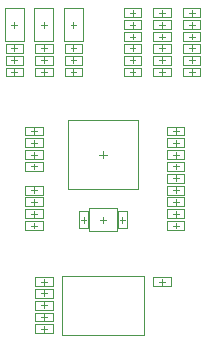
<source format=gbr>
%TF.GenerationSoftware,Altium Limited,Altium Designer,22.1.2 (22)*%
G04 Layer_Color=16711935*
%FSLAX26Y26*%
%MOIN*%
%TF.SameCoordinates,654C00B4-3322-4B45-B6E3-0FD47356756A*%
%TF.FilePolarity,Positive*%
%TF.FileFunction,Other,Bottom_Courtyard*%
%TF.Part,Single*%
G01*
G75*
%TA.AperFunction,NonConductor*%
%ADD30C,0.001968*%
%ADD49C,0.000394*%
%ADD50C,0.000787*%
D30*
X0Y982284D02*
Y1005905D01*
X-11811Y994095D02*
X11811D01*
X-116000Y1110094D02*
X116000D01*
Y878095D02*
Y1110094D01*
X-116000Y878095D02*
X116000D01*
X-116000D02*
Y1110094D01*
D49*
X-137795Y393701D02*
X137795D01*
Y590551D01*
X-137795Y393701D02*
Y590551D01*
X137795D01*
X-129921Y1372047D02*
X-66929D01*
X-129921Y1482284D02*
X-66929D01*
X-129921Y1372047D02*
Y1482284D01*
X-66929Y1372047D02*
Y1482284D01*
X-98425Y1417323D02*
Y1437008D01*
X-108268Y1427165D02*
X-88583D01*
X-295276Y1259843D02*
Y1279528D01*
X-305118Y1269685D02*
X-285433D01*
X-324803Y1254921D02*
X-265748D01*
X-324803Y1284449D02*
X-265748D01*
Y1254921D02*
Y1284449D01*
X-324803Y1254921D02*
Y1284449D01*
X-9842Y777559D02*
X9843D01*
X0Y767716D02*
Y787402D01*
X-47244Y738189D02*
X47244D01*
X-47244Y816929D02*
X47244D01*
Y738189D02*
Y816929D01*
X-47244Y738189D02*
Y816929D01*
X98425Y1417323D02*
Y1437008D01*
X88583Y1427165D02*
X108268D01*
X68898Y1441929D02*
X127953D01*
X68898Y1412401D02*
X127953D01*
X68898D02*
Y1441929D01*
X127953Y1412401D02*
Y1441929D01*
X98425Y1338583D02*
Y1358268D01*
X88583Y1348425D02*
X108268D01*
X68898Y1363189D02*
X127953D01*
X68898Y1333661D02*
X127953D01*
X68898D02*
Y1363189D01*
X127953Y1333661D02*
Y1363189D01*
X-326772Y1372047D02*
X-263780D01*
X-326772Y1482284D02*
X-263780D01*
X-326772Y1372047D02*
Y1482284D01*
X-263780Y1372047D02*
Y1482284D01*
X-295276Y1417323D02*
Y1437008D01*
X-305118Y1427165D02*
X-285433D01*
X196850Y1338583D02*
Y1358268D01*
X187008Y1348425D02*
X206693D01*
X167323Y1363189D02*
X226378D01*
X167323Y1333661D02*
X226378D01*
X167323D02*
Y1363189D01*
X226378Y1333661D02*
Y1363189D01*
X-228347Y1372047D02*
X-165354D01*
X-228347Y1482284D02*
X-165354D01*
X-228347Y1372047D02*
Y1482284D01*
X-165354Y1372047D02*
Y1482284D01*
X-196851Y1417323D02*
Y1437008D01*
X-206693Y1427165D02*
X-187008D01*
X295276Y1338583D02*
Y1358268D01*
X285433Y1348425D02*
X305118D01*
X265748Y1363189D02*
X324803D01*
X265748Y1333661D02*
X324803D01*
X265748D02*
Y1363189D01*
X324803Y1333661D02*
Y1363189D01*
X271654Y821850D02*
Y851378D01*
X212598Y821850D02*
Y851378D01*
Y821850D02*
X271654D01*
X212598Y851378D02*
X271654D01*
X232284Y836614D02*
X251969D01*
X242126Y826772D02*
Y846457D01*
X271654Y900591D02*
Y930118D01*
X212598Y900591D02*
Y930118D01*
Y900591D02*
X271654D01*
X212598Y930118D02*
X271654D01*
X232284Y915354D02*
X251969D01*
X242126Y905512D02*
Y925197D01*
X212598Y861220D02*
Y890748D01*
X271654Y861220D02*
Y890748D01*
X212598D02*
X271654D01*
X212598Y861220D02*
X271654D01*
X232284Y875984D02*
X251969D01*
X242126Y866142D02*
Y885827D01*
X-259843Y979331D02*
Y1008858D01*
X-200787Y979331D02*
Y1008858D01*
X-259843D02*
X-200787D01*
X-259843Y979331D02*
X-200787D01*
X-240157Y994094D02*
X-220472D01*
X-230315Y984252D02*
Y1003937D01*
X271654Y743110D02*
Y772638D01*
X212598Y743110D02*
Y772638D01*
Y743110D02*
X271654D01*
X212598Y772638D02*
X271654D01*
X232284Y757874D02*
X251969D01*
X242126Y748032D02*
Y767716D01*
X-200787Y821850D02*
Y851378D01*
X-259843Y821850D02*
Y851378D01*
Y821850D02*
X-200787D01*
X-259843Y851378D02*
X-200787D01*
X-240157Y836614D02*
X-220472D01*
X-230315Y826772D02*
Y846457D01*
X212598Y979331D02*
Y1008858D01*
X271654Y979331D02*
Y1008858D01*
X212598D02*
X271654D01*
X212598Y979331D02*
X271654D01*
X232284Y994094D02*
X251969D01*
X242126Y984252D02*
Y1003937D01*
X-196850Y521654D02*
Y541339D01*
X-206693Y531496D02*
X-187008D01*
X-226378Y516732D02*
X-167323D01*
X-226378Y546260D02*
X-167323D01*
Y516732D02*
Y546260D01*
X-226378Y516732D02*
Y546260D01*
X212598Y1058071D02*
Y1087598D01*
X271654Y1058071D02*
Y1087598D01*
X212598D02*
X271654D01*
X212598Y1058071D02*
X271654D01*
X232283Y1072835D02*
X251968D01*
X242126Y1062992D02*
Y1082677D01*
X-259843Y939961D02*
Y969488D01*
X-200787Y939961D02*
Y969488D01*
X-259843D02*
X-200787D01*
X-259843Y939961D02*
X-200787D01*
X-240157Y954724D02*
X-220472D01*
X-230315Y944882D02*
Y964567D01*
X271654Y782480D02*
Y812008D01*
X212598Y782480D02*
Y812008D01*
Y782480D02*
X271654D01*
X212598Y812008D02*
X271654D01*
X232284Y797244D02*
X251969D01*
X242126Y787402D02*
Y807087D01*
X271654Y1018701D02*
Y1048228D01*
X212598Y1018701D02*
Y1048228D01*
Y1018701D02*
X271654D01*
X212598Y1048228D02*
X271654D01*
X232284Y1033465D02*
X251969D01*
X242126Y1023622D02*
Y1043307D01*
X271654Y939961D02*
Y969488D01*
X212598Y939961D02*
Y969488D01*
Y939961D02*
X271654D01*
X212598Y969488D02*
X271654D01*
X232284Y954724D02*
X251969D01*
X242126Y944882D02*
Y964567D01*
X-259843Y861220D02*
Y890748D01*
X-200787Y861220D02*
Y890748D01*
X-259843D02*
X-200787D01*
X-259843Y861220D02*
X-200787D01*
X-240157Y875984D02*
X-220472D01*
X-230315Y866142D02*
Y885827D01*
X-98425Y1259843D02*
Y1279528D01*
X-108268Y1269685D02*
X-88583D01*
X-127953Y1254921D02*
X-68898D01*
X-127953Y1284449D02*
X-68898D01*
Y1254921D02*
Y1284449D01*
X-127953Y1254921D02*
Y1284449D01*
X-226378Y1254921D02*
Y1284449D01*
X-167323Y1254921D02*
Y1284449D01*
X-226378D02*
X-167323D01*
X-226378Y1254921D02*
X-167323D01*
X-206693Y1269685D02*
X-187008D01*
X-196850Y1259843D02*
Y1279528D01*
X-226378Y437992D02*
Y467520D01*
X-167323Y437992D02*
Y467520D01*
X-226378D02*
X-167323D01*
X-226378Y437992D02*
X-167323D01*
X-206693Y452756D02*
X-187008D01*
X-196850Y442913D02*
Y462598D01*
X-230315Y1062992D02*
Y1082677D01*
X-240157Y1072835D02*
X-220472D01*
X-259843Y1058071D02*
X-200787D01*
X-259843Y1087598D02*
X-200787D01*
Y1058071D02*
Y1087598D01*
X-259843Y1058071D02*
Y1087598D01*
X98425Y1456693D02*
Y1476378D01*
X88583Y1466535D02*
X108268D01*
X68898Y1451772D02*
X127953D01*
X68898Y1481299D02*
X127953D01*
Y1451772D02*
Y1481299D01*
X68898Y1451772D02*
Y1481299D01*
X196850Y1456693D02*
Y1476378D01*
X187008Y1466535D02*
X206693D01*
X167323Y1451772D02*
X226378D01*
X167323Y1481299D02*
X226378D01*
Y1451772D02*
Y1481299D01*
X167323Y1451772D02*
Y1481299D01*
X295276Y1456693D02*
Y1476378D01*
X285433Y1466535D02*
X305118D01*
X265748Y1451772D02*
X324803D01*
X265748Y1481299D02*
X324803D01*
Y1451772D02*
Y1481299D01*
X265748Y1451772D02*
Y1481299D01*
X295276Y1417323D02*
Y1437008D01*
X285433Y1427165D02*
X305118D01*
X265748Y1441929D02*
X324803D01*
X265748Y1412402D02*
X324803D01*
X265748D02*
Y1441929D01*
X324803Y1412402D02*
Y1441929D01*
X196851Y1417323D02*
Y1437008D01*
X187008Y1427165D02*
X206693D01*
X167323Y1441929D02*
X226378D01*
X167323Y1412402D02*
X226378D01*
X167323D02*
Y1441929D01*
X226378Y1412402D02*
Y1441929D01*
D50*
X50197Y807087D02*
X79724D01*
X50197Y748031D02*
Y807087D01*
X79724Y748031D02*
Y807087D01*
X64961Y767716D02*
Y787402D01*
X55118Y777559D02*
X74803D01*
X50197Y748031D02*
X79724D01*
X-324803Y1294291D02*
Y1323819D01*
Y1294291D02*
X-265748D01*
X-324803Y1323819D02*
X-265748D01*
X-305118Y1309055D02*
X-285433D01*
X-295276Y1299213D02*
Y1318898D01*
X-265748Y1294291D02*
Y1323819D01*
X-226378Y1294291D02*
Y1323819D01*
Y1294291D02*
X-167323D01*
X-226378Y1323819D02*
X-167323D01*
X-206693Y1309055D02*
X-187008D01*
X-196850Y1299213D02*
Y1318898D01*
X-167323Y1294291D02*
Y1323819D01*
X-127953Y1333661D02*
Y1363189D01*
Y1333661D02*
X-68898D01*
X-127953Y1363189D02*
X-68898D01*
X-108268Y1348425D02*
X-88583D01*
X-98425Y1338583D02*
Y1358268D01*
X-68898Y1333661D02*
Y1363189D01*
X-226378Y1333661D02*
Y1363189D01*
Y1333661D02*
X-167323D01*
X-226378Y1363189D02*
X-167323D01*
X-206693Y1348425D02*
X-187008D01*
X-196851Y1338583D02*
Y1358268D01*
X-167323Y1333661D02*
Y1363189D01*
X-127953Y1294291D02*
Y1323819D01*
Y1294291D02*
X-68898D01*
X-127953Y1323819D02*
X-68898D01*
X-108268Y1309055D02*
X-88583D01*
X-98425Y1299213D02*
Y1318898D01*
X-68898Y1294291D02*
Y1323819D01*
X167323Y556102D02*
Y585630D01*
X196850Y561024D02*
Y580709D01*
X187008Y570866D02*
X206693D01*
X167323Y556102D02*
X226378D01*
X167323Y585630D02*
X226378D01*
Y556102D02*
Y585630D01*
X-167323Y556102D02*
Y585630D01*
X-196850Y561024D02*
Y580709D01*
X-206693Y570866D02*
X-187008D01*
X-226378Y585630D02*
X-167323D01*
X-226378Y556102D02*
X-167323D01*
X-226378D02*
Y585630D01*
X-167323Y477362D02*
Y506890D01*
X-196850Y482284D02*
Y501969D01*
X-206693Y492126D02*
X-187008D01*
X-226378Y506890D02*
X-167323D01*
X-226378Y477362D02*
X-167323D01*
X-226378D02*
Y506890D01*
X-324803Y1333661D02*
Y1363189D01*
Y1333661D02*
X-265748D01*
X-324803Y1363189D02*
X-265748D01*
X-305118Y1348425D02*
X-285433D01*
X-295276Y1338583D02*
Y1358268D01*
X-265748Y1333661D02*
Y1363189D01*
X324803Y1373032D02*
Y1402559D01*
X265748D02*
X324803D01*
X265748Y1373032D02*
X324803D01*
X285433Y1387795D02*
X305118D01*
X295276Y1377953D02*
Y1397638D01*
X265748Y1373032D02*
Y1402559D01*
X265748Y1294291D02*
Y1323819D01*
Y1294291D02*
X324803D01*
X265748Y1323819D02*
X324803D01*
X285433Y1309055D02*
X305118D01*
X295275Y1299213D02*
Y1318898D01*
X324803Y1294291D02*
Y1323819D01*
X167323Y1254921D02*
Y1284449D01*
Y1254921D02*
X226378D01*
X167323Y1284449D02*
X226378D01*
X187008Y1269685D02*
X206693D01*
X196850Y1259843D02*
Y1279528D01*
X226378Y1254921D02*
Y1284449D01*
X-226378Y398622D02*
Y428150D01*
Y398622D02*
X-167323D01*
X-226378Y428150D02*
X-167323D01*
X-206693Y413386D02*
X-187008D01*
X-196850Y403543D02*
Y423228D01*
X-167323Y398622D02*
Y428150D01*
X-259843Y1018701D02*
Y1048228D01*
Y1018701D02*
X-200787D01*
X-259843Y1048228D02*
X-200787D01*
X-240157Y1033465D02*
X-220472D01*
X-230315Y1023622D02*
Y1043307D01*
X-200787Y1018701D02*
Y1048228D01*
X265748Y1254921D02*
Y1284449D01*
Y1254921D02*
X324803D01*
X265748Y1284449D02*
X324803D01*
X285433Y1269685D02*
X305118D01*
X295276Y1259843D02*
Y1279528D01*
X324803Y1254921D02*
Y1284449D01*
X167323Y1294291D02*
Y1323819D01*
Y1294291D02*
X226378D01*
X167323Y1323819D02*
X226378D01*
X187008Y1309055D02*
X206693D01*
X196850Y1299213D02*
Y1318898D01*
X226378Y1294291D02*
Y1323819D01*
X-259843Y743110D02*
Y772638D01*
X-230315Y748032D02*
Y767716D01*
X-240157Y757874D02*
X-220472D01*
X-259843Y743110D02*
X-200787D01*
X-259843Y772638D02*
X-200787D01*
Y743110D02*
Y772638D01*
X-259843Y782480D02*
Y812008D01*
X-230315Y787402D02*
Y807087D01*
X-240157Y797244D02*
X-220472D01*
X-259843Y782480D02*
X-200787D01*
X-259843Y812008D02*
X-200787D01*
Y782480D02*
Y812008D01*
X127953Y1373032D02*
Y1402559D01*
X68898D02*
X127953D01*
X68898Y1373032D02*
X127953D01*
X88583Y1387795D02*
X108268D01*
X98425Y1377953D02*
Y1397638D01*
X68898Y1373032D02*
Y1402559D01*
X226378Y1373032D02*
Y1402559D01*
X167323D02*
X226378D01*
X167323Y1373032D02*
X226378D01*
X187008Y1387795D02*
X206693D01*
X196850Y1377953D02*
Y1397638D01*
X167323Y1373032D02*
Y1402559D01*
X68898Y1254921D02*
Y1284449D01*
Y1254921D02*
X127953D01*
X68898Y1284449D02*
X127953D01*
X88583Y1269685D02*
X108268D01*
X98425Y1259843D02*
Y1279528D01*
X127953Y1254921D02*
Y1284449D01*
X68898Y1294291D02*
Y1323819D01*
Y1294291D02*
X127953D01*
X68898Y1323819D02*
X127953D01*
X88583Y1309055D02*
X108268D01*
X98425Y1299213D02*
Y1318898D01*
X127953Y1294291D02*
Y1323819D01*
X-79724Y748031D02*
X-50197D01*
Y807087D01*
X-79724Y748031D02*
Y807087D01*
X-64961Y767716D02*
Y787402D01*
X-74803Y777559D02*
X-55118D01*
X-79724Y807087D02*
X-50197D01*
%TF.MD5,21b9f6ad96cd647f71bb147af92764f6*%
M02*

</source>
